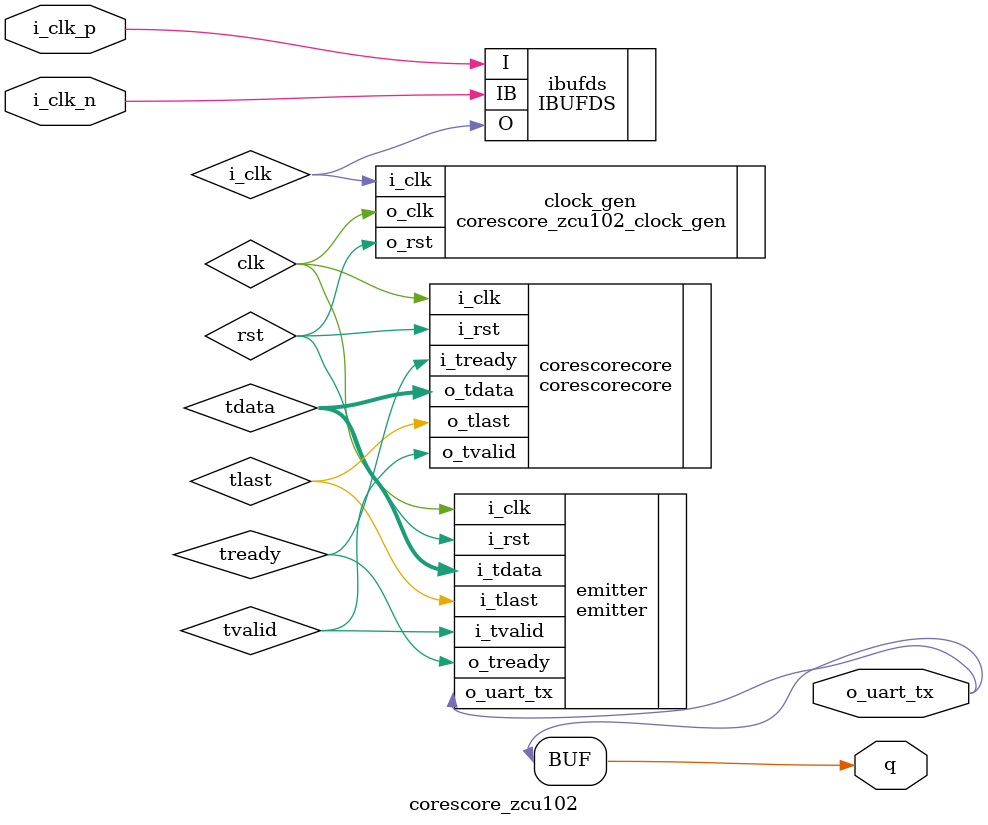
<source format=v>
`default_nettype none
module corescore_zcu102
(
 input wire  i_clk_p,
 input wire  i_clk_n,
 output wire q,
 output wire o_uart_tx);

   wire      i_clk;
   wire      clk;
   wire      rst;

   //Mirror UART output to LED
   assign q = o_uart_tx;

   IBUFDS ibufds
     (.I  (i_clk_p),
      .IB (i_clk_n),
      .O  (i_clk));

   corescore_zcu102_clock_gen
   clock_gen
     (.i_clk (i_clk),
      .o_clk (clk),
      .o_rst (rst));

   parameter memfile_emitter = "emitter.hex";

   wire [7:0]  tdata;
   wire        tlast;
   wire        tvalid;
   wire        tready;

   corescorecore corescorecore
     (.i_clk     (clk),
      .i_rst     (rst),
      .o_tdata   (tdata),
      .o_tlast   (tlast),
      .o_tvalid  (tvalid),
      .i_tready  (tready));

   emitter #(.memfile (memfile_emitter)) emitter
     (.i_clk     (clk),
      .i_rst     (rst),
      .i_tdata   (tdata),
      .i_tlast   (tlast),
      .i_tvalid  (tvalid),
      .o_tready  (tready),
      .o_uart_tx (o_uart_tx));

endmodule

</source>
